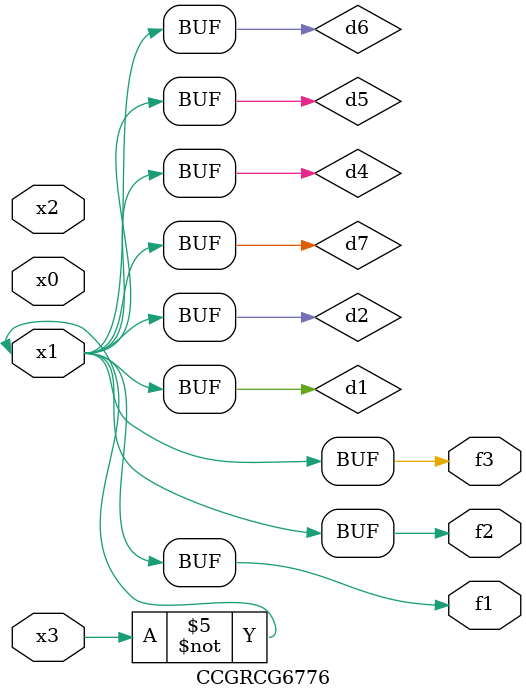
<source format=v>
module CCGRCG6776(
	input x0, x1, x2, x3,
	output f1, f2, f3
);

	wire d1, d2, d3, d4, d5, d6, d7;

	not (d1, x3);
	buf (d2, x1);
	xnor (d3, d1, d2);
	nor (d4, d1);
	buf (d5, d1, d2);
	buf (d6, d4, d5);
	nand (d7, d4);
	assign f1 = d6;
	assign f2 = d7;
	assign f3 = d6;
endmodule

</source>
